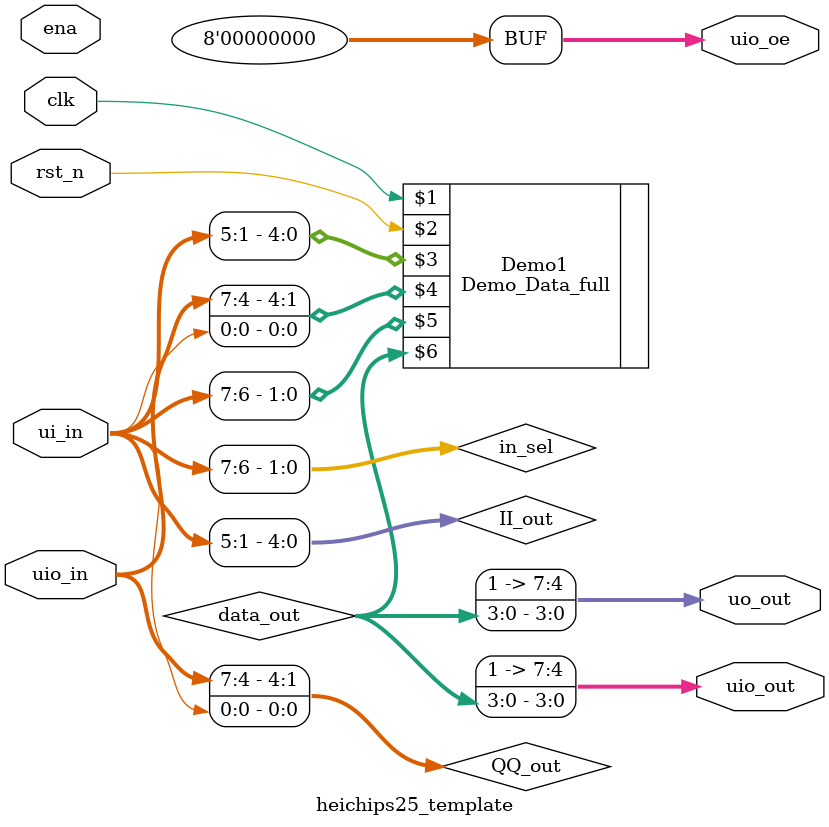
<source format=sv>


`default_nettype none

module heichips25_template (
    input  wire [7:0] ui_in,    // Dedicated inputs
    output wire [7:0] uo_out,   // Dedicated outputs
    input  wire [7:0] uio_in,   // IOs: Input path
    output wire [7:0] uio_out,  // IOs: Output path
    output wire [7:0] uio_oe,   // IOs: Enable path (active high: 0=input, 1=output)
    input  wire       ena,      // always 1 when the design is powered, so you can ignore it
    input  wire       clk,      // clock
    input  wire       rst_n     // reset_n - low to reset
);

    // List all unused inputs to prevent warnings
    wire _unused = &{ena, uio_in[3:0]};


	
	
	logic [1:0] in_sel;
	assign in_sel = ui_in[7:6];
	logic [4:0]II_out;
	logic [4:0]QQ_out;
	logic [3:0]data_out;
	assign II_out = ui_in[5:1];
	
	assign QQ_out[4:1] = uio_in[7:4];
	assign QQ_out[0] =ui_in[0];
	//demodulation part
	
	Demo_Data_full Demo1(
	clk,
	rst_n,
    II_out,     // Control signal
    QQ_out,
    in_sel,
    data_out      // Selected output
);




	assign uo_out[7:4]='1;
	assign uo_out[3:0]=data_out;
	
	assign uio_out[7:4]='1;
	assign uio_out[3:0]=data_out;

assign uio_oe  = '0;



endmodule

</source>
